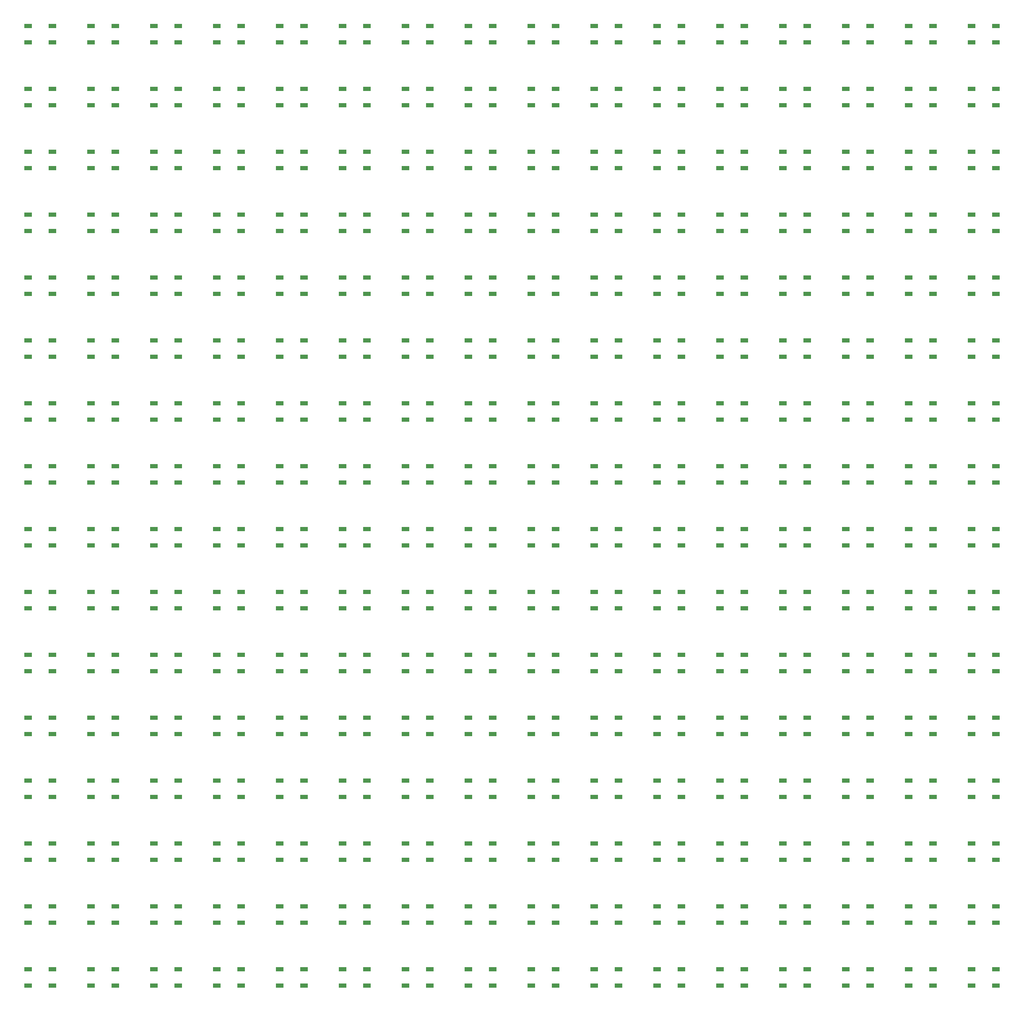
<source format=gbr>
%TF.GenerationSoftware,KiCad,Pcbnew,(7.0.0-0)*%
%TF.CreationDate,2023-09-26T09:25:19-06:00*%
%TF.ProjectId,led-matrix-v2-0,6c65642d-6d61-4747-9269-782d76322d30,4*%
%TF.SameCoordinates,Original*%
%TF.FileFunction,Paste,Top*%
%TF.FilePolarity,Positive*%
%FSLAX46Y46*%
G04 Gerber Fmt 4.6, Leading zero omitted, Abs format (unit mm)*
G04 Created by KiCad (PCBNEW (7.0.0-0)) date 2023-09-26 09:25:19*
%MOMM*%
%LPD*%
G01*
G04 APERTURE LIST*
%ADD10R,1.500000X0.900000*%
G04 APERTURE END LIST*
D10*
%TO.C,D196*%
X220699999Y-150449999D03*
X220699999Y-153749999D03*
X225599999Y-153749999D03*
X225599999Y-150449999D03*
%TD*%
%TO.C,D116*%
X119099999Y-226649999D03*
X119099999Y-229949999D03*
X123999999Y-229949999D03*
X123999999Y-226649999D03*
%TD*%
%TO.C,D94*%
X106399999Y-188549999D03*
X106399999Y-191849999D03*
X111299999Y-191849999D03*
X111299999Y-188549999D03*
%TD*%
%TO.C,D33*%
X80999999Y-99649999D03*
X80999999Y-102949999D03*
X85899999Y-102949999D03*
X85899999Y-99649999D03*
%TD*%
%TO.C,D98*%
X93699999Y-201249999D03*
X93699999Y-204549999D03*
X98599999Y-204549999D03*
X98599999Y-201249999D03*
%TD*%
%TO.C,D135*%
X258799999Y-48849999D03*
X258799999Y-52149999D03*
X263699999Y-52149999D03*
X263699999Y-48849999D03*
%TD*%
%TO.C,D80*%
X80999999Y-163149999D03*
X80999999Y-166449999D03*
X85899999Y-166449999D03*
X85899999Y-163149999D03*
%TD*%
%TO.C,D18*%
X93699999Y-74249999D03*
X93699999Y-77549999D03*
X98599999Y-77549999D03*
X98599999Y-74249999D03*
%TD*%
%TO.C,D30*%
X106399999Y-86949999D03*
X106399999Y-90249999D03*
X111299999Y-90249999D03*
X111299999Y-86949999D03*
%TD*%
%TO.C,D35*%
X106399999Y-99649999D03*
X106399999Y-102949999D03*
X111299999Y-102949999D03*
X111299999Y-99649999D03*
%TD*%
%TO.C,D36*%
X119099999Y-99649999D03*
X119099999Y-102949999D03*
X123999999Y-102949999D03*
X123999999Y-99649999D03*
%TD*%
%TO.C,D146*%
X195299999Y-74249999D03*
X195299999Y-77549999D03*
X200199999Y-77549999D03*
X200199999Y-74249999D03*
%TD*%
%TO.C,D71*%
X157199999Y-150449999D03*
X157199999Y-153749999D03*
X162099999Y-153749999D03*
X162099999Y-150449999D03*
%TD*%
%TO.C,D101*%
X131799999Y-201249999D03*
X131799999Y-204549999D03*
X136699999Y-204549999D03*
X136699999Y-201249999D03*
%TD*%
%TO.C,D256*%
X182599999Y-239349999D03*
X182599999Y-242649999D03*
X187499999Y-242649999D03*
X187499999Y-239349999D03*
%TD*%
%TO.C,D244*%
X220699999Y-226649999D03*
X220699999Y-229949999D03*
X225599999Y-229949999D03*
X225599999Y-226649999D03*
%TD*%
%TO.C,D56*%
X169899999Y-125049999D03*
X169899999Y-128349999D03*
X174799999Y-128349999D03*
X174799999Y-125049999D03*
%TD*%
%TO.C,D208*%
X182599999Y-163149999D03*
X182599999Y-166449999D03*
X187499999Y-166449999D03*
X187499999Y-163149999D03*
%TD*%
%TO.C,D239*%
X195299999Y-213949999D03*
X195299999Y-217249999D03*
X200199999Y-217249999D03*
X200199999Y-213949999D03*
%TD*%
%TO.C,D227*%
X207999999Y-201249999D03*
X207999999Y-204549999D03*
X212899999Y-204549999D03*
X212899999Y-201249999D03*
%TD*%
%TO.C,D138*%
X258799999Y-61549999D03*
X258799999Y-64849999D03*
X263699999Y-64849999D03*
X263699999Y-61549999D03*
%TD*%
%TO.C,D82*%
X93699999Y-175849999D03*
X93699999Y-179149999D03*
X98599999Y-179149999D03*
X98599999Y-175849999D03*
%TD*%
%TO.C,D172*%
X233399999Y-112349999D03*
X233399999Y-115649999D03*
X238299999Y-115649999D03*
X238299999Y-112349999D03*
%TD*%
%TO.C,D207*%
X195299999Y-163149999D03*
X195299999Y-166449999D03*
X200199999Y-166449999D03*
X200199999Y-163149999D03*
%TD*%
%TO.C,D235*%
X246099999Y-213949999D03*
X246099999Y-217249999D03*
X250999999Y-217249999D03*
X250999999Y-213949999D03*
%TD*%
%TO.C,D174*%
X207999999Y-112349999D03*
X207999999Y-115649999D03*
X212899999Y-115649999D03*
X212899999Y-112349999D03*
%TD*%
%TO.C,D151*%
X258799999Y-74249999D03*
X258799999Y-77549999D03*
X263699999Y-77549999D03*
X263699999Y-74249999D03*
%TD*%
%TO.C,D199*%
X258799999Y-150449999D03*
X258799999Y-153749999D03*
X263699999Y-153749999D03*
X263699999Y-150449999D03*
%TD*%
%TO.C,D25*%
X169899999Y-86949999D03*
X169899999Y-90249999D03*
X174799999Y-90249999D03*
X174799999Y-86949999D03*
%TD*%
%TO.C,D216*%
X271499999Y-175849999D03*
X271499999Y-179149999D03*
X276399999Y-179149999D03*
X276399999Y-175849999D03*
%TD*%
%TO.C,D96*%
X80999999Y-188549999D03*
X80999999Y-191849999D03*
X85899999Y-191849999D03*
X85899999Y-188549999D03*
%TD*%
%TO.C,D220*%
X233399999Y-188549999D03*
X233399999Y-191849999D03*
X238299999Y-191849999D03*
X238299999Y-188549999D03*
%TD*%
%TO.C,D189*%
X220699999Y-137749999D03*
X220699999Y-141049999D03*
X225599999Y-141049999D03*
X225599999Y-137749999D03*
%TD*%
%TO.C,D45*%
X119099999Y-112349999D03*
X119099999Y-115649999D03*
X123999999Y-115649999D03*
X123999999Y-112349999D03*
%TD*%
%TO.C,D43*%
X144499999Y-112349999D03*
X144499999Y-115649999D03*
X149399999Y-115649999D03*
X149399999Y-112349999D03*
%TD*%
%TO.C,D140*%
X233399999Y-61549999D03*
X233399999Y-64849999D03*
X238299999Y-64849999D03*
X238299999Y-61549999D03*
%TD*%
%TO.C,D134*%
X246099999Y-48849999D03*
X246099999Y-52149999D03*
X250999999Y-52149999D03*
X250999999Y-48849999D03*
%TD*%
%TO.C,D249*%
X271499999Y-239349999D03*
X271499999Y-242649999D03*
X276399999Y-242649999D03*
X276399999Y-239349999D03*
%TD*%
%TO.C,D85*%
X131799999Y-175849999D03*
X131799999Y-179149999D03*
X136699999Y-179149999D03*
X136699999Y-175849999D03*
%TD*%
%TO.C,D240*%
X182599999Y-213949999D03*
X182599999Y-217249999D03*
X187499999Y-217249999D03*
X187499999Y-213949999D03*
%TD*%
%TO.C,D90*%
X157199999Y-188549999D03*
X157199999Y-191849999D03*
X162099999Y-191849999D03*
X162099999Y-188549999D03*
%TD*%
%TO.C,D2*%
X93699999Y-48849999D03*
X93699999Y-52149999D03*
X98599999Y-52149999D03*
X98599999Y-48849999D03*
%TD*%
%TO.C,D111*%
X93699999Y-213949999D03*
X93699999Y-217249999D03*
X98599999Y-217249999D03*
X98599999Y-213949999D03*
%TD*%
%TO.C,D170*%
X258799999Y-112349999D03*
X258799999Y-115649999D03*
X263699999Y-115649999D03*
X263699999Y-112349999D03*
%TD*%
%TO.C,D39*%
X157199999Y-99649999D03*
X157199999Y-102949999D03*
X162099999Y-102949999D03*
X162099999Y-99649999D03*
%TD*%
%TO.C,D27*%
X144499999Y-86949999D03*
X144499999Y-90249999D03*
X149399999Y-90249999D03*
X149399999Y-86949999D03*
%TD*%
%TO.C,D42*%
X157199999Y-112349999D03*
X157199999Y-115649999D03*
X162099999Y-115649999D03*
X162099999Y-112349999D03*
%TD*%
%TO.C,D75*%
X144499999Y-163149999D03*
X144499999Y-166449999D03*
X149399999Y-166449999D03*
X149399999Y-163149999D03*
%TD*%
%TO.C,D28*%
X131799999Y-86949999D03*
X131799999Y-90249999D03*
X136699999Y-90249999D03*
X136699999Y-86949999D03*
%TD*%
%TO.C,D76*%
X131799999Y-163149999D03*
X131799999Y-166449999D03*
X136699999Y-166449999D03*
X136699999Y-163149999D03*
%TD*%
%TO.C,D123*%
X144499999Y-239349999D03*
X144499999Y-242649999D03*
X149399999Y-242649999D03*
X149399999Y-239349999D03*
%TD*%
%TO.C,D37*%
X131799999Y-99649999D03*
X131799999Y-102949999D03*
X136699999Y-102949999D03*
X136699999Y-99649999D03*
%TD*%
%TO.C,D54*%
X144499999Y-125049999D03*
X144499999Y-128349999D03*
X149399999Y-128349999D03*
X149399999Y-125049999D03*
%TD*%
%TO.C,D78*%
X106399999Y-163149999D03*
X106399999Y-166449999D03*
X111299999Y-166449999D03*
X111299999Y-163149999D03*
%TD*%
%TO.C,D3*%
X106399999Y-48849999D03*
X106399999Y-52149999D03*
X111299999Y-52149999D03*
X111299999Y-48849999D03*
%TD*%
%TO.C,D9*%
X169899999Y-61549999D03*
X169899999Y-64849999D03*
X174799999Y-64849999D03*
X174799999Y-61549999D03*
%TD*%
%TO.C,D163*%
X207999999Y-99649999D03*
X207999999Y-102949999D03*
X212899999Y-102949999D03*
X212899999Y-99649999D03*
%TD*%
%TO.C,D183*%
X258799999Y-125049999D03*
X258799999Y-128349999D03*
X263699999Y-128349999D03*
X263699999Y-125049999D03*
%TD*%
%TO.C,D126*%
X106399999Y-239349999D03*
X106399999Y-242649999D03*
X111299999Y-242649999D03*
X111299999Y-239349999D03*
%TD*%
%TO.C,D93*%
X119099999Y-188549999D03*
X119099999Y-191849999D03*
X123999999Y-191849999D03*
X123999999Y-188549999D03*
%TD*%
%TO.C,D198*%
X246099999Y-150449999D03*
X246099999Y-153749999D03*
X250999999Y-153749999D03*
X250999999Y-150449999D03*
%TD*%
%TO.C,D219*%
X246099999Y-188549999D03*
X246099999Y-191849999D03*
X250999999Y-191849999D03*
X250999999Y-188549999D03*
%TD*%
%TO.C,D171*%
X246099999Y-112349999D03*
X246099999Y-115649999D03*
X250999999Y-115649999D03*
X250999999Y-112349999D03*
%TD*%
%TO.C,D103*%
X157199999Y-201249999D03*
X157199999Y-204549999D03*
X162099999Y-204549999D03*
X162099999Y-201249999D03*
%TD*%
%TO.C,D180*%
X220699999Y-125049999D03*
X220699999Y-128349999D03*
X225599999Y-128349999D03*
X225599999Y-125049999D03*
%TD*%
%TO.C,D229*%
X233399999Y-201249999D03*
X233399999Y-204549999D03*
X238299999Y-204549999D03*
X238299999Y-201249999D03*
%TD*%
%TO.C,D79*%
X93699999Y-163149999D03*
X93699999Y-166449999D03*
X98599999Y-166449999D03*
X98599999Y-163149999D03*
%TD*%
%TO.C,D20*%
X119099999Y-74249999D03*
X119099999Y-77549999D03*
X123999999Y-77549999D03*
X123999999Y-74249999D03*
%TD*%
%TO.C,D141*%
X220699999Y-61549999D03*
X220699999Y-64849999D03*
X225599999Y-64849999D03*
X225599999Y-61549999D03*
%TD*%
%TO.C,D186*%
X258799999Y-137749999D03*
X258799999Y-141049999D03*
X263699999Y-141049999D03*
X263699999Y-137749999D03*
%TD*%
%TO.C,D12*%
X131799999Y-61549999D03*
X131799999Y-64849999D03*
X136699999Y-64849999D03*
X136699999Y-61549999D03*
%TD*%
%TO.C,D124*%
X131799999Y-239349999D03*
X131799999Y-242649999D03*
X136699999Y-242649999D03*
X136699999Y-239349999D03*
%TD*%
%TO.C,D218*%
X258799999Y-188549999D03*
X258799999Y-191849999D03*
X263699999Y-191849999D03*
X263699999Y-188549999D03*
%TD*%
%TO.C,D4*%
X119099999Y-48849999D03*
X119099999Y-52149999D03*
X123999999Y-52149999D03*
X123999999Y-48849999D03*
%TD*%
%TO.C,D122*%
X157199999Y-239349999D03*
X157199999Y-242649999D03*
X162099999Y-242649999D03*
X162099999Y-239349999D03*
%TD*%
%TO.C,D222*%
X207999999Y-188549999D03*
X207999999Y-191849999D03*
X212899999Y-191849999D03*
X212899999Y-188549999D03*
%TD*%
%TO.C,D137*%
X271499999Y-61549999D03*
X271499999Y-64849999D03*
X276399999Y-64849999D03*
X276399999Y-61549999D03*
%TD*%
%TO.C,D190*%
X207999999Y-137749999D03*
X207999999Y-141049999D03*
X212899999Y-141049999D03*
X212899999Y-137749999D03*
%TD*%
%TO.C,D234*%
X258799999Y-213949999D03*
X258799999Y-217249999D03*
X263699999Y-217249999D03*
X263699999Y-213949999D03*
%TD*%
%TO.C,D165*%
X233399999Y-99649999D03*
X233399999Y-102949999D03*
X238299999Y-102949999D03*
X238299999Y-99649999D03*
%TD*%
%TO.C,D13*%
X119099999Y-61549999D03*
X119099999Y-64849999D03*
X123999999Y-64849999D03*
X123999999Y-61549999D03*
%TD*%
%TO.C,D117*%
X131799999Y-226649999D03*
X131799999Y-229949999D03*
X136699999Y-229949999D03*
X136699999Y-226649999D03*
%TD*%
%TO.C,D133*%
X233399999Y-48849999D03*
X233399999Y-52149999D03*
X238299999Y-52149999D03*
X238299999Y-48849999D03*
%TD*%
%TO.C,D252*%
X233399999Y-239349999D03*
X233399999Y-242649999D03*
X238299999Y-242649999D03*
X238299999Y-239349999D03*
%TD*%
%TO.C,D144*%
X182599999Y-61549999D03*
X182599999Y-64849999D03*
X187499999Y-64849999D03*
X187499999Y-61549999D03*
%TD*%
%TO.C,D74*%
X157199999Y-163149999D03*
X157199999Y-166449999D03*
X162099999Y-166449999D03*
X162099999Y-163149999D03*
%TD*%
%TO.C,D250*%
X258799999Y-239349999D03*
X258799999Y-242649999D03*
X263699999Y-242649999D03*
X263699999Y-239349999D03*
%TD*%
%TO.C,D67*%
X106399999Y-150449999D03*
X106399999Y-153749999D03*
X111299999Y-153749999D03*
X111299999Y-150449999D03*
%TD*%
%TO.C,D132*%
X220699999Y-48849999D03*
X220699999Y-52149999D03*
X225599999Y-52149999D03*
X225599999Y-48849999D03*
%TD*%
%TO.C,D241*%
X182599999Y-226649999D03*
X182599999Y-229949999D03*
X187499999Y-229949999D03*
X187499999Y-226649999D03*
%TD*%
%TO.C,D210*%
X195299999Y-175849999D03*
X195299999Y-179149999D03*
X200199999Y-179149999D03*
X200199999Y-175849999D03*
%TD*%
%TO.C,D72*%
X169899999Y-150449999D03*
X169899999Y-153749999D03*
X174799999Y-153749999D03*
X174799999Y-150449999D03*
%TD*%
%TO.C,D87*%
X157199999Y-175849999D03*
X157199999Y-179149999D03*
X162099999Y-179149999D03*
X162099999Y-175849999D03*
%TD*%
%TO.C,D41*%
X169899999Y-112349999D03*
X169899999Y-115649999D03*
X174799999Y-115649999D03*
X174799999Y-112349999D03*
%TD*%
%TO.C,D215*%
X258799999Y-175849999D03*
X258799999Y-179149999D03*
X263699999Y-179149999D03*
X263699999Y-175849999D03*
%TD*%
%TO.C,D206*%
X207999999Y-163149999D03*
X207999999Y-166449999D03*
X212899999Y-166449999D03*
X212899999Y-163149999D03*
%TD*%
%TO.C,D83*%
X106399999Y-175849999D03*
X106399999Y-179149999D03*
X111299999Y-179149999D03*
X111299999Y-175849999D03*
%TD*%
%TO.C,D95*%
X93699999Y-188549999D03*
X93699999Y-191849999D03*
X98599999Y-191849999D03*
X98599999Y-188549999D03*
%TD*%
%TO.C,D110*%
X106399999Y-213949999D03*
X106399999Y-217249999D03*
X111299999Y-217249999D03*
X111299999Y-213949999D03*
%TD*%
%TO.C,D157*%
X220699999Y-86949999D03*
X220699999Y-90249999D03*
X225599999Y-90249999D03*
X225599999Y-86949999D03*
%TD*%
%TO.C,D31*%
X93699999Y-86949999D03*
X93699999Y-90249999D03*
X98599999Y-90249999D03*
X98599999Y-86949999D03*
%TD*%
%TO.C,D40*%
X169899999Y-99649999D03*
X169899999Y-102949999D03*
X174799999Y-102949999D03*
X174799999Y-99649999D03*
%TD*%
%TO.C,D194*%
X195299999Y-150449999D03*
X195299999Y-153749999D03*
X200199999Y-153749999D03*
X200199999Y-150449999D03*
%TD*%
%TO.C,D108*%
X131799999Y-213949999D03*
X131799999Y-217249999D03*
X136699999Y-217249999D03*
X136699999Y-213949999D03*
%TD*%
%TO.C,D17*%
X80999999Y-74249999D03*
X80999999Y-77549999D03*
X85899999Y-77549999D03*
X85899999Y-74249999D03*
%TD*%
%TO.C,D175*%
X195299999Y-112349999D03*
X195299999Y-115649999D03*
X200199999Y-115649999D03*
X200199999Y-112349999D03*
%TD*%
%TO.C,D97*%
X80999999Y-201249999D03*
X80999999Y-204549999D03*
X85899999Y-204549999D03*
X85899999Y-201249999D03*
%TD*%
%TO.C,D204*%
X233399999Y-163149999D03*
X233399999Y-166449999D03*
X238299999Y-166449999D03*
X238299999Y-163149999D03*
%TD*%
%TO.C,D99*%
X106399999Y-201249999D03*
X106399999Y-204549999D03*
X111299999Y-204549999D03*
X111299999Y-201249999D03*
%TD*%
%TO.C,D92*%
X131799999Y-188549999D03*
X131799999Y-191849999D03*
X136699999Y-191849999D03*
X136699999Y-188549999D03*
%TD*%
%TO.C,D195*%
X207999999Y-150449999D03*
X207999999Y-153749999D03*
X212899999Y-153749999D03*
X212899999Y-150449999D03*
%TD*%
%TO.C,D125*%
X119099999Y-239349999D03*
X119099999Y-242649999D03*
X123999999Y-242649999D03*
X123999999Y-239349999D03*
%TD*%
%TO.C,D7*%
X157199999Y-48849999D03*
X157199999Y-52149999D03*
X162099999Y-52149999D03*
X162099999Y-48849999D03*
%TD*%
%TO.C,D173*%
X220699999Y-112349999D03*
X220699999Y-115649999D03*
X225599999Y-115649999D03*
X225599999Y-112349999D03*
%TD*%
%TO.C,D167*%
X258799999Y-99649999D03*
X258799999Y-102949999D03*
X263699999Y-102949999D03*
X263699999Y-99649999D03*
%TD*%
%TO.C,D48*%
X80999999Y-112349999D03*
X80999999Y-115649999D03*
X85899999Y-115649999D03*
X85899999Y-112349999D03*
%TD*%
%TO.C,D128*%
X80999999Y-239349999D03*
X80999999Y-242649999D03*
X85899999Y-242649999D03*
X85899999Y-239349999D03*
%TD*%
%TO.C,D214*%
X246099999Y-175849999D03*
X246099999Y-179149999D03*
X250999999Y-179149999D03*
X250999999Y-175849999D03*
%TD*%
%TO.C,D147*%
X207999999Y-74249999D03*
X207999999Y-77549999D03*
X212899999Y-77549999D03*
X212899999Y-74249999D03*
%TD*%
%TO.C,D63*%
X93699999Y-137749999D03*
X93699999Y-141049999D03*
X98599999Y-141049999D03*
X98599999Y-137749999D03*
%TD*%
%TO.C,D166*%
X246099999Y-99649999D03*
X246099999Y-102949999D03*
X250999999Y-102949999D03*
X250999999Y-99649999D03*
%TD*%
%TO.C,D22*%
X144499999Y-74249999D03*
X144499999Y-77549999D03*
X149399999Y-77549999D03*
X149399999Y-74249999D03*
%TD*%
%TO.C,D21*%
X131799999Y-74249999D03*
X131799999Y-77549999D03*
X136699999Y-77549999D03*
X136699999Y-74249999D03*
%TD*%
%TO.C,D131*%
X207999999Y-48849999D03*
X207999999Y-52149999D03*
X212899999Y-52149999D03*
X212899999Y-48849999D03*
%TD*%
%TO.C,D130*%
X195299999Y-48849999D03*
X195299999Y-52149999D03*
X200199999Y-52149999D03*
X200199999Y-48849999D03*
%TD*%
%TO.C,D26*%
X157199999Y-86949999D03*
X157199999Y-90249999D03*
X162099999Y-90249999D03*
X162099999Y-86949999D03*
%TD*%
%TO.C,D164*%
X220699999Y-99649999D03*
X220699999Y-102949999D03*
X225599999Y-102949999D03*
X225599999Y-99649999D03*
%TD*%
%TO.C,D181*%
X233399999Y-125049999D03*
X233399999Y-128349999D03*
X238299999Y-128349999D03*
X238299999Y-125049999D03*
%TD*%
%TO.C,D24*%
X169899999Y-74249999D03*
X169899999Y-77549999D03*
X174799999Y-77549999D03*
X174799999Y-74249999D03*
%TD*%
%TO.C,D70*%
X144499999Y-150449999D03*
X144499999Y-153749999D03*
X149399999Y-153749999D03*
X149399999Y-150449999D03*
%TD*%
%TO.C,D148*%
X220699999Y-74249999D03*
X220699999Y-77549999D03*
X225599999Y-77549999D03*
X225599999Y-74249999D03*
%TD*%
%TO.C,D221*%
X220699999Y-188549999D03*
X220699999Y-191849999D03*
X225599999Y-191849999D03*
X225599999Y-188549999D03*
%TD*%
%TO.C,D52*%
X119099999Y-125049999D03*
X119099999Y-128349999D03*
X123999999Y-128349999D03*
X123999999Y-125049999D03*
%TD*%
%TO.C,D191*%
X195299999Y-137749999D03*
X195299999Y-141049999D03*
X200199999Y-141049999D03*
X200199999Y-137749999D03*
%TD*%
%TO.C,D106*%
X157199999Y-213949999D03*
X157199999Y-217249999D03*
X162099999Y-217249999D03*
X162099999Y-213949999D03*
%TD*%
%TO.C,D89*%
X169899999Y-188549999D03*
X169899999Y-191849999D03*
X174799999Y-191849999D03*
X174799999Y-188549999D03*
%TD*%
%TO.C,D129*%
X182599999Y-48849999D03*
X182599999Y-52149999D03*
X187499999Y-52149999D03*
X187499999Y-48849999D03*
%TD*%
%TO.C,D182*%
X246099999Y-125049999D03*
X246099999Y-128349999D03*
X250999999Y-128349999D03*
X250999999Y-125049999D03*
%TD*%
%TO.C,D58*%
X157199999Y-137749999D03*
X157199999Y-141049999D03*
X162099999Y-141049999D03*
X162099999Y-137749999D03*
%TD*%
%TO.C,D109*%
X119099999Y-213949999D03*
X119099999Y-217249999D03*
X123999999Y-217249999D03*
X123999999Y-213949999D03*
%TD*%
%TO.C,D193*%
X182599999Y-150449999D03*
X182599999Y-153749999D03*
X187499999Y-153749999D03*
X187499999Y-150449999D03*
%TD*%
%TO.C,D169*%
X271499999Y-112349999D03*
X271499999Y-115649999D03*
X276399999Y-115649999D03*
X276399999Y-112349999D03*
%TD*%
%TO.C,D19*%
X106399999Y-74249999D03*
X106399999Y-77549999D03*
X111299999Y-77549999D03*
X111299999Y-74249999D03*
%TD*%
%TO.C,D47*%
X93699999Y-112349999D03*
X93699999Y-115649999D03*
X98599999Y-115649999D03*
X98599999Y-112349999D03*
%TD*%
%TO.C,D61*%
X119099999Y-137749999D03*
X119099999Y-141049999D03*
X123999999Y-141049999D03*
X123999999Y-137749999D03*
%TD*%
%TO.C,D127*%
X93699999Y-239349999D03*
X93699999Y-242649999D03*
X98599999Y-242649999D03*
X98599999Y-239349999D03*
%TD*%
%TO.C,D102*%
X144499999Y-201249999D03*
X144499999Y-204549999D03*
X149399999Y-204549999D03*
X149399999Y-201249999D03*
%TD*%
%TO.C,D155*%
X246099999Y-86949999D03*
X246099999Y-90249999D03*
X250999999Y-90249999D03*
X250999999Y-86949999D03*
%TD*%
%TO.C,D255*%
X195299999Y-239349999D03*
X195299999Y-242649999D03*
X200199999Y-242649999D03*
X200199999Y-239349999D03*
%TD*%
%TO.C,D119*%
X157199999Y-226649999D03*
X157199999Y-229949999D03*
X162099999Y-229949999D03*
X162099999Y-226649999D03*
%TD*%
%TO.C,D158*%
X207999999Y-86949999D03*
X207999999Y-90249999D03*
X212899999Y-90249999D03*
X212899999Y-86949999D03*
%TD*%
%TO.C,D185*%
X271499999Y-137749999D03*
X271499999Y-141049999D03*
X276399999Y-141049999D03*
X276399999Y-137749999D03*
%TD*%
%TO.C,D46*%
X106399999Y-112349999D03*
X106399999Y-115649999D03*
X111299999Y-115649999D03*
X111299999Y-112349999D03*
%TD*%
%TO.C,D187*%
X246099999Y-137749999D03*
X246099999Y-141049999D03*
X250999999Y-141049999D03*
X250999999Y-137749999D03*
%TD*%
%TO.C,D188*%
X233399999Y-137749999D03*
X233399999Y-141049999D03*
X238299999Y-141049999D03*
X238299999Y-137749999D03*
%TD*%
%TO.C,D44*%
X131799999Y-112349999D03*
X131799999Y-115649999D03*
X136699999Y-115649999D03*
X136699999Y-112349999D03*
%TD*%
%TO.C,D161*%
X182599999Y-99649999D03*
X182599999Y-102949999D03*
X187499999Y-102949999D03*
X187499999Y-99649999D03*
%TD*%
%TO.C,D69*%
X131799999Y-150449999D03*
X131799999Y-153749999D03*
X136699999Y-153749999D03*
X136699999Y-150449999D03*
%TD*%
%TO.C,D202*%
X258799999Y-163149999D03*
X258799999Y-166449999D03*
X263699999Y-166449999D03*
X263699999Y-163149999D03*
%TD*%
%TO.C,D209*%
X182599999Y-175849999D03*
X182599999Y-179149999D03*
X187499999Y-179149999D03*
X187499999Y-175849999D03*
%TD*%
%TO.C,D62*%
X106399999Y-137749999D03*
X106399999Y-141049999D03*
X111299999Y-141049999D03*
X111299999Y-137749999D03*
%TD*%
%TO.C,D11*%
X144499999Y-61549999D03*
X144499999Y-64849999D03*
X149399999Y-64849999D03*
X149399999Y-61549999D03*
%TD*%
%TO.C,D88*%
X169899999Y-175849999D03*
X169899999Y-179149999D03*
X174799999Y-179149999D03*
X174799999Y-175849999D03*
%TD*%
%TO.C,D177*%
X182599999Y-125049999D03*
X182599999Y-128349999D03*
X187499999Y-128349999D03*
X187499999Y-125049999D03*
%TD*%
%TO.C,D107*%
X144499999Y-213949999D03*
X144499999Y-217249999D03*
X149399999Y-217249999D03*
X149399999Y-213949999D03*
%TD*%
%TO.C,D168*%
X271499999Y-99649999D03*
X271499999Y-102949999D03*
X276399999Y-102949999D03*
X276399999Y-99649999D03*
%TD*%
%TO.C,D149*%
X233399999Y-74249999D03*
X233399999Y-77549999D03*
X238299999Y-77549999D03*
X238299999Y-74249999D03*
%TD*%
%TO.C,D153*%
X271499999Y-86949999D03*
X271499999Y-90249999D03*
X276399999Y-90249999D03*
X276399999Y-86949999D03*
%TD*%
%TO.C,D203*%
X246099999Y-163149999D03*
X246099999Y-166449999D03*
X250999999Y-166449999D03*
X250999999Y-163149999D03*
%TD*%
%TO.C,D16*%
X80999999Y-61549999D03*
X80999999Y-64849999D03*
X85899999Y-64849999D03*
X85899999Y-61549999D03*
%TD*%
%TO.C,D1*%
X80999999Y-48849999D03*
X80999999Y-52149999D03*
X85899999Y-52149999D03*
X85899999Y-48849999D03*
%TD*%
%TO.C,D118*%
X144499999Y-226649999D03*
X144499999Y-229949999D03*
X149399999Y-229949999D03*
X149399999Y-226649999D03*
%TD*%
%TO.C,D162*%
X195299999Y-99649999D03*
X195299999Y-102949999D03*
X200199999Y-102949999D03*
X200199999Y-99649999D03*
%TD*%
%TO.C,D142*%
X207999999Y-61549999D03*
X207999999Y-64849999D03*
X212899999Y-64849999D03*
X212899999Y-61549999D03*
%TD*%
%TO.C,D68*%
X119099999Y-150449999D03*
X119099999Y-153749999D03*
X123999999Y-153749999D03*
X123999999Y-150449999D03*
%TD*%
%TO.C,D213*%
X233399999Y-175849999D03*
X233399999Y-179149999D03*
X238299999Y-179149999D03*
X238299999Y-175849999D03*
%TD*%
%TO.C,D53*%
X131799999Y-125049999D03*
X131799999Y-128349999D03*
X136699999Y-128349999D03*
X136699999Y-125049999D03*
%TD*%
%TO.C,D5*%
X131799999Y-48849999D03*
X131799999Y-52149999D03*
X136699999Y-52149999D03*
X136699999Y-48849999D03*
%TD*%
%TO.C,D231*%
X258799999Y-201249999D03*
X258799999Y-204549999D03*
X263699999Y-204549999D03*
X263699999Y-201249999D03*
%TD*%
%TO.C,D217*%
X271499999Y-188549999D03*
X271499999Y-191849999D03*
X276399999Y-191849999D03*
X276399999Y-188549999D03*
%TD*%
%TO.C,D232*%
X271499999Y-201249999D03*
X271499999Y-204549999D03*
X276399999Y-204549999D03*
X276399999Y-201249999D03*
%TD*%
%TO.C,D212*%
X220699999Y-175849999D03*
X220699999Y-179149999D03*
X225599999Y-179149999D03*
X225599999Y-175849999D03*
%TD*%
%TO.C,D59*%
X144499999Y-137749999D03*
X144499999Y-141049999D03*
X149399999Y-141049999D03*
X149399999Y-137749999D03*
%TD*%
%TO.C,D251*%
X246099999Y-239349999D03*
X246099999Y-242649999D03*
X250999999Y-242649999D03*
X250999999Y-239349999D03*
%TD*%
%TO.C,D159*%
X195299999Y-86949999D03*
X195299999Y-90249999D03*
X200199999Y-90249999D03*
X200199999Y-86949999D03*
%TD*%
%TO.C,D223*%
X195299999Y-188549999D03*
X195299999Y-191849999D03*
X200199999Y-191849999D03*
X200199999Y-188549999D03*
%TD*%
%TO.C,D211*%
X207999999Y-175849999D03*
X207999999Y-179149999D03*
X212899999Y-179149999D03*
X212899999Y-175849999D03*
%TD*%
%TO.C,D104*%
X169899999Y-201249999D03*
X169899999Y-204549999D03*
X174799999Y-204549999D03*
X174799999Y-201249999D03*
%TD*%
%TO.C,D197*%
X233399999Y-150449999D03*
X233399999Y-153749999D03*
X238299999Y-153749999D03*
X238299999Y-150449999D03*
%TD*%
%TO.C,D10*%
X157199999Y-61549999D03*
X157199999Y-64849999D03*
X162099999Y-64849999D03*
X162099999Y-61549999D03*
%TD*%
%TO.C,D152*%
X271499999Y-74249999D03*
X271499999Y-77549999D03*
X276399999Y-77549999D03*
X276399999Y-74249999D03*
%TD*%
%TO.C,D242*%
X195299999Y-226649999D03*
X195299999Y-229949999D03*
X200199999Y-229949999D03*
X200199999Y-226649999D03*
%TD*%
%TO.C,D243*%
X207999999Y-226649999D03*
X207999999Y-229949999D03*
X212899999Y-229949999D03*
X212899999Y-226649999D03*
%TD*%
%TO.C,D253*%
X220699999Y-239349999D03*
X220699999Y-242649999D03*
X225599999Y-242649999D03*
X225599999Y-239349999D03*
%TD*%
%TO.C,D60*%
X131799999Y-137749999D03*
X131799999Y-141049999D03*
X136699999Y-141049999D03*
X136699999Y-137749999D03*
%TD*%
%TO.C,D65*%
X80999999Y-150449999D03*
X80999999Y-153749999D03*
X85899999Y-153749999D03*
X85899999Y-150449999D03*
%TD*%
%TO.C,D238*%
X207999999Y-213949999D03*
X207999999Y-217249999D03*
X212899999Y-217249999D03*
X212899999Y-213949999D03*
%TD*%
%TO.C,D91*%
X144499999Y-188549999D03*
X144499999Y-191849999D03*
X149399999Y-191849999D03*
X149399999Y-188549999D03*
%TD*%
%TO.C,D228*%
X220699999Y-201249999D03*
X220699999Y-204549999D03*
X225599999Y-204549999D03*
X225599999Y-201249999D03*
%TD*%
%TO.C,D14*%
X106399999Y-61549999D03*
X106399999Y-64849999D03*
X111299999Y-64849999D03*
X111299999Y-61549999D03*
%TD*%
%TO.C,D200*%
X271499999Y-150449999D03*
X271499999Y-153749999D03*
X276399999Y-153749999D03*
X276399999Y-150449999D03*
%TD*%
%TO.C,D136*%
X271499999Y-48849999D03*
X271499999Y-52149999D03*
X276399999Y-52149999D03*
X276399999Y-48849999D03*
%TD*%
%TO.C,D254*%
X207999999Y-239349999D03*
X207999999Y-242649999D03*
X212899999Y-242649999D03*
X212899999Y-239349999D03*
%TD*%
%TO.C,D73*%
X169899999Y-163149999D03*
X169899999Y-166449999D03*
X174799999Y-166449999D03*
X174799999Y-163149999D03*
%TD*%
%TO.C,D112*%
X80999999Y-213949999D03*
X80999999Y-217249999D03*
X85899999Y-217249999D03*
X85899999Y-213949999D03*
%TD*%
%TO.C,D8*%
X169899999Y-48849999D03*
X169899999Y-52149999D03*
X174799999Y-52149999D03*
X174799999Y-48849999D03*
%TD*%
%TO.C,D34*%
X93699999Y-99649999D03*
X93699999Y-102949999D03*
X98599999Y-102949999D03*
X98599999Y-99649999D03*
%TD*%
%TO.C,D121*%
X169899999Y-239349999D03*
X169899999Y-242649999D03*
X174799999Y-242649999D03*
X174799999Y-239349999D03*
%TD*%
%TO.C,D226*%
X195299999Y-201249999D03*
X195299999Y-204549999D03*
X200199999Y-204549999D03*
X200199999Y-201249999D03*
%TD*%
%TO.C,D150*%
X246099999Y-74249999D03*
X246099999Y-77549999D03*
X250999999Y-77549999D03*
X250999999Y-74249999D03*
%TD*%
%TO.C,D224*%
X182599999Y-188549999D03*
X182599999Y-191849999D03*
X187499999Y-191849999D03*
X187499999Y-188549999D03*
%TD*%
%TO.C,D156*%
X233399999Y-86949999D03*
X233399999Y-90249999D03*
X238299999Y-90249999D03*
X238299999Y-86949999D03*
%TD*%
%TO.C,D154*%
X258799999Y-86949999D03*
X258799999Y-90249999D03*
X263699999Y-90249999D03*
X263699999Y-86949999D03*
%TD*%
%TO.C,D55*%
X157199999Y-125049999D03*
X157199999Y-128349999D03*
X162099999Y-128349999D03*
X162099999Y-125049999D03*
%TD*%
%TO.C,D64*%
X80999999Y-137749999D03*
X80999999Y-141049999D03*
X85899999Y-141049999D03*
X85899999Y-137749999D03*
%TD*%
%TO.C,D120*%
X169899999Y-226649999D03*
X169899999Y-229949999D03*
X174799999Y-229949999D03*
X174799999Y-226649999D03*
%TD*%
%TO.C,D201*%
X271499999Y-163149999D03*
X271499999Y-166449999D03*
X276399999Y-166449999D03*
X276399999Y-163149999D03*
%TD*%
%TO.C,D51*%
X106399999Y-125049999D03*
X106399999Y-128349999D03*
X111299999Y-128349999D03*
X111299999Y-125049999D03*
%TD*%
%TO.C,D230*%
X246099999Y-201249999D03*
X246099999Y-204549999D03*
X250999999Y-204549999D03*
X250999999Y-201249999D03*
%TD*%
%TO.C,D139*%
X246099999Y-61549999D03*
X246099999Y-64849999D03*
X250999999Y-64849999D03*
X250999999Y-61549999D03*
%TD*%
%TO.C,D143*%
X195299999Y-61549999D03*
X195299999Y-64849999D03*
X200199999Y-64849999D03*
X200199999Y-61549999D03*
%TD*%
%TO.C,D113*%
X80999999Y-226649999D03*
X80999999Y-229949999D03*
X85899999Y-229949999D03*
X85899999Y-226649999D03*
%TD*%
%TO.C,D100*%
X119099999Y-201249999D03*
X119099999Y-204549999D03*
X123999999Y-204549999D03*
X123999999Y-201249999D03*
%TD*%
%TO.C,D192*%
X182599999Y-137749999D03*
X182599999Y-141049999D03*
X187499999Y-141049999D03*
X187499999Y-137749999D03*
%TD*%
%TO.C,D15*%
X93699999Y-61549999D03*
X93699999Y-64849999D03*
X98599999Y-64849999D03*
X98599999Y-61549999D03*
%TD*%
%TO.C,D176*%
X182599999Y-112349999D03*
X182599999Y-115649999D03*
X187499999Y-115649999D03*
X187499999Y-112349999D03*
%TD*%
%TO.C,D57*%
X169899999Y-137749999D03*
X169899999Y-141049999D03*
X174799999Y-141049999D03*
X174799999Y-137749999D03*
%TD*%
%TO.C,D248*%
X271499999Y-226649999D03*
X271499999Y-229949999D03*
X276399999Y-229949999D03*
X276399999Y-226649999D03*
%TD*%
%TO.C,D236*%
X233399999Y-213949999D03*
X233399999Y-217249999D03*
X238299999Y-217249999D03*
X238299999Y-213949999D03*
%TD*%
%TO.C,D245*%
X233399999Y-226649999D03*
X233399999Y-229949999D03*
X238299999Y-229949999D03*
X238299999Y-226649999D03*
%TD*%
%TO.C,D233*%
X271499999Y-213949999D03*
X271499999Y-217249999D03*
X276399999Y-217249999D03*
X276399999Y-213949999D03*
%TD*%
%TO.C,D178*%
X195299999Y-125049999D03*
X195299999Y-128349999D03*
X200199999Y-128349999D03*
X200199999Y-125049999D03*
%TD*%
%TO.C,D145*%
X182599999Y-74249999D03*
X182599999Y-77549999D03*
X187499999Y-77549999D03*
X187499999Y-74249999D03*
%TD*%
%TO.C,D84*%
X119099999Y-175849999D03*
X119099999Y-179149999D03*
X123999999Y-179149999D03*
X123999999Y-175849999D03*
%TD*%
%TO.C,D32*%
X80999999Y-86949999D03*
X80999999Y-90249999D03*
X85899999Y-90249999D03*
X85899999Y-86949999D03*
%TD*%
%TO.C,D86*%
X144499999Y-175849999D03*
X144499999Y-179149999D03*
X149399999Y-179149999D03*
X149399999Y-175849999D03*
%TD*%
%TO.C,D49*%
X80999999Y-125049999D03*
X80999999Y-128349999D03*
X85899999Y-128349999D03*
X85899999Y-125049999D03*
%TD*%
%TO.C,D225*%
X182599999Y-201249999D03*
X182599999Y-204549999D03*
X187499999Y-204549999D03*
X187499999Y-201249999D03*
%TD*%
%TO.C,D179*%
X207999999Y-125049999D03*
X207999999Y-128349999D03*
X212899999Y-128349999D03*
X212899999Y-125049999D03*
%TD*%
%TO.C,D6*%
X144499999Y-48849999D03*
X144499999Y-52149999D03*
X149399999Y-52149999D03*
X149399999Y-48849999D03*
%TD*%
%TO.C,D77*%
X119099999Y-163149999D03*
X119099999Y-166449999D03*
X123999999Y-166449999D03*
X123999999Y-163149999D03*
%TD*%
%TO.C,D237*%
X220699999Y-213949999D03*
X220699999Y-217249999D03*
X225599999Y-217249999D03*
X225599999Y-213949999D03*
%TD*%
%TO.C,D81*%
X80999999Y-175849999D03*
X80999999Y-179149999D03*
X85899999Y-179149999D03*
X85899999Y-175849999D03*
%TD*%
%TO.C,D23*%
X157199999Y-74249999D03*
X157199999Y-77549999D03*
X162099999Y-77549999D03*
X162099999Y-74249999D03*
%TD*%
%TO.C,D50*%
X93699999Y-125049999D03*
X93699999Y-128349999D03*
X98599999Y-128349999D03*
X98599999Y-125049999D03*
%TD*%
%TO.C,D66*%
X93699999Y-150449999D03*
X93699999Y-153749999D03*
X98599999Y-153749999D03*
X98599999Y-150449999D03*
%TD*%
%TO.C,D247*%
X258799999Y-226649999D03*
X258799999Y-229949999D03*
X263699999Y-229949999D03*
X263699999Y-226649999D03*
%TD*%
%TO.C,D105*%
X169899999Y-213949999D03*
X169899999Y-217249999D03*
X174799999Y-217249999D03*
X174799999Y-213949999D03*
%TD*%
%TO.C,D115*%
X106399999Y-226649999D03*
X106399999Y-229949999D03*
X111299999Y-229949999D03*
X111299999Y-226649999D03*
%TD*%
%TO.C,D205*%
X220699999Y-163149999D03*
X220699999Y-166449999D03*
X225599999Y-166449999D03*
X225599999Y-163149999D03*
%TD*%
%TO.C,D114*%
X93699999Y-226649999D03*
X93699999Y-229949999D03*
X98599999Y-229949999D03*
X98599999Y-226649999D03*
%TD*%
%TO.C,D29*%
X119099999Y-86949999D03*
X119099999Y-90249999D03*
X123999999Y-90249999D03*
X123999999Y-86949999D03*
%TD*%
%TO.C,D160*%
X182599999Y-86949999D03*
X182599999Y-90249999D03*
X187499999Y-90249999D03*
X187499999Y-86949999D03*
%TD*%
%TO.C,D38*%
X144499999Y-99649999D03*
X144499999Y-102949999D03*
X149399999Y-102949999D03*
X149399999Y-99649999D03*
%TD*%
%TO.C,D246*%
X246099999Y-226649999D03*
X246099999Y-229949999D03*
X250999999Y-229949999D03*
X250999999Y-226649999D03*
%TD*%
%TO.C,D184*%
X271499999Y-125049999D03*
X271499999Y-128349999D03*
X276399999Y-128349999D03*
X276399999Y-125049999D03*
%TD*%
M02*

</source>
